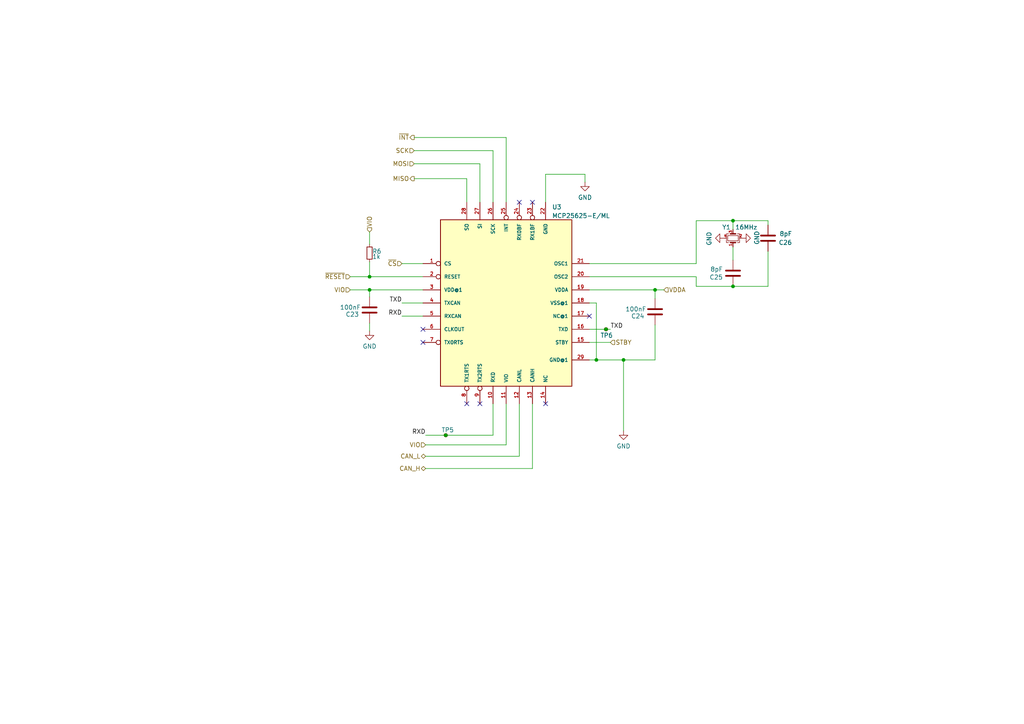
<source format=kicad_sch>
(kicad_sch (version 20211123) (generator eeschema)
  (paper "A4")
  (title_block (title "Spirit Logger") (date "2023-01-23") (rev "0") (company "Specialized Europe GmbH"))
  (lib_symbols
    (symbol "Connector:TestPoint_Small" (pin_numbers hide) (pin_names (offset 0.762) hide)
      (property "Reference" "TP" (at 0 3.81 0))
      (property "Value" "TestPoint_Small" (at 0 2.032 0))
      (symbol "TestPoint_Small_0_1"
        (circle (center 0 0) (radius 0.508))
      )
      (symbol "TestPoint_Small_1_1"
        (pin passive line (at 0 0 90) (length 0) (name "1") (number "1"))
      )
    )
    (symbol "Device:C" (pin_numbers hide) (pin_names (offset 0.254))
      (property "Reference" "C" (at 0.635 2.54 0))
      (property "Value" "C" (at 0.635 -2.54 0))
      (symbol "C_0_1"
        (polyline (pts (xy -2.032 -0.762) (xy 2.032 -0.762)) (stroke (width 0.508)))
        (polyline (pts (xy -2.032 0.762) (xy 2.032 0.762)) (stroke (width 0.508)))
      )
      (symbol "C_1_1"
        (pin passive line (at 0 3.81 270) (length 2.794) (name "~") (number "1"))
        (pin passive line (at 0 -3.81 90) (length 2.794) (name "~") (number "2"))
      )
    )
    (symbol "Device:Crystal_GND24_Small" (pin_names (offset 1.016) hide)
      (property "Reference" "Y" (at 1.27 4.445 0))
      (property "Value" "Crystal_GND24_Small" (at 1.27 2.54 0))
      (symbol "Crystal_GND24_Small_0_1"
        (rectangle (start -0.762 -1.524) (end 0.762 1.524))
        (polyline (pts (xy -1.27 -0.762) (xy -1.27 0.762)) (stroke (width 0.381)))
        (polyline (pts (xy 1.27 -0.762) (xy 1.27 0.762)) (stroke (width 0.381)))
        (polyline (pts (xy -1.27 -1.27) (xy -1.27 -1.905) (xy 1.27 -1.905) (xy 1.27 -1.27)))
        (polyline (pts (xy -1.27 1.27) (xy -1.27 1.905) (xy 1.27 1.905) (xy 1.27 1.27)))
      )
      (symbol "Crystal_GND24_Small_1_1"
        (pin passive line (at -2.54 0 0) (length 1.27) (name "1") (number "1"))
        (pin passive line (at 0 -2.54 90) (length 0.635) (name "2") (number "2"))
        (pin passive line (at 2.54 0 180) (length 1.27) (name "3") (number "3"))
        (pin passive line (at 0 2.54 270) (length 0.635) (name "4") (number "4"))
      )
    )
    (symbol "Device:R_Small" (pin_numbers hide) (pin_names (offset 0.254) hide)
      (property "Reference" "R" (at 0.762 0.508 0))
      (property "Value" "R_Small" (at 0.762 -1.016 0))
      (symbol "R_Small_0_1"
        (rectangle (start -0.762 1.778) (end 0.762 -1.778) (stroke (width 0.2032)))
      )
      (symbol "R_Small_1_1"
        (pin passive line (at 0 2.54 270) (length 0.762) (name "~") (number "1"))
        (pin passive line (at 0 -2.54 90) (length 0.762) (name "~") (number "2"))
      )
    )
    (symbol "MCP25625-E_ML:MCP25625-E{slash}ML" (pin_names (offset 1.016))
      (property "Reference" "U" (at 40.652 -33.0298 0))
      (property "Value" "MCP25625-E{slash}ML" (at 40.6941 -35.6074 0))
      (symbol "MCP25625-E{slash}ML_0_0"
        (rectangle (start 0 -35.56) (end 38.1 12.7) (stroke (width 0.254)) (fill (type background)))
        (pin bidirectional inverted (at -5.08 0 0) (length 5.08) (name "CS") (number "1"))
        (pin bidirectional line (at 15.24 -40.64 90) (length 5.08) (name "RXD") (number "10"))
        (pin bidirectional line (at 19.05 -40.64 90) (length 5.08) (name "VIO") (number "11"))
        (pin bidirectional line (at 22.86 -40.64 90) (length 5.08) (name "CANL") (number "12"))
        (pin bidirectional line (at 26.67 -40.64 90) (length 5.08) (name "CANH") (number "13"))
        (pin bidirectional line (at 30.48 -40.64 90) (length 5.08) (name "NC") (number "14"))
        (pin bidirectional line (at 43.18 -22.86 180) (length 5.08) (name "STBY") (number "15"))
        (pin bidirectional line (at 43.18 -19.05 180) (length 5.08) (name "TXD") (number "16"))
        (pin bidirectional line (at 43.18 -15.24 180) (length 5.08) (name "NC@1") (number "17"))
        (pin bidirectional line (at 43.18 -11.43 180) (length 5.08) (name "VSS@1") (number "18"))
        (pin bidirectional line (at 43.18 -7.62 180) (length 5.08) (name "VDDA") (number "19"))
        (pin bidirectional inverted (at -5.08 -3.81 0) (length 5.08) (name "RESET") (number "2"))
        (pin bidirectional line (at 43.18 -3.81 180) (length 5.08) (name "OSC2") (number "20"))
        (pin bidirectional line (at 43.18 0 180) (length 5.08) (name "OSC1") (number "21"))
        (pin bidirectional line (at 30.48 17.78 270) (length 5.08) (name "GND") (number "22"))
        (pin bidirectional inverted (at 26.67 17.78 270) (length 5.08) (name "RX1BF") (number "23"))
        (pin bidirectional inverted (at 22.86 17.78 270) (length 5.08) (name "RX0BF") (number "24"))
        (pin bidirectional inverted (at 19.05 17.78 270) (length 5.08) (name "INT") (number "25"))
        (pin bidirectional line (at 15.24 17.78 270) (length 5.08) (name "SCK") (number "26"))
        (pin bidirectional line (at 11.43 17.78 270) (length 5.08) (name "SI") (number "27"))
        (pin bidirectional line (at 7.62 17.78 270) (length 5.08) (name "SO") (number "28"))
        (pin bidirectional line (at 43.18 -27.94 180) (length 5.08) (name "GND@1") (number "29"))
        (pin bidirectional line (at -5.08 -7.62 0) (length 5.08) (name "VDD@1") (number "3"))
        (pin bidirectional line (at -5.08 -11.43 0) (length 5.08) (name "TXCAN") (number "4"))
        (pin bidirectional line (at -5.08 -15.24 0) (length 5.08) (name "RXCAN") (number "5"))
        (pin bidirectional line (at -5.08 -19.05 0) (length 5.08) (name "CLKOUT") (number "6"))
        (pin bidirectional inverted (at -5.08 -22.86 0) (length 5.08) (name "TX0RTS") (number "7"))
        (pin bidirectional inverted (at 7.62 -40.64 90) (length 5.08) (name "TX1RTS") (number "8"))
        (pin bidirectional inverted (at 11.43 -40.64 90) (length 5.08) (name "TX2RTS") (number "9"))
      )
    )
    (symbol "power:GND" (power) (pin_names (offset 0))
      (property "Value" "GND" (at 0 -3.81 0))
      (symbol "GND_0_1"
        (polyline (pts (xy 0 0) (xy 0 -1.27) (xy 1.27 -1.27) (xy 0 -2.54) (xy -1.27 -1.27) (xy 0 -1.27)))
      )
      (symbol "GND_1_1"
        (pin power_in line (at 0 0 270) (length 0) hide (name "GND") (number "1"))
      )
    )
  )
  (junction (at 180.848 104.394))
  (junction (at 107.188 80.264))
  (junction (at 212.598 83.058))
  (junction (at 129.286 126.238))
  (junction (at 107.188 84.074))
  (junction (at 172.974 104.394))
  (junction (at 175.768 95.504))
  (junction (at 212.598 64.008))
  (junction (at 189.992 84.074))
  (no_connect (at 122.682 95.504))
  (no_connect (at 150.622 58.674))
  (no_connect (at 135.382 117.094))
  (no_connect (at 139.192 117.094))
  (no_connect (at 154.432 58.674))
  (no_connect (at 158.242 117.094))
  (no_connect (at 170.942 91.694))
  (no_connect (at 122.682 99.314))
  (wire (pts (xy 158.242 50.546) (xy 169.672 50.546)))
  (wire (pts (xy 170.942 104.394) (xy 172.974 104.394)))
  (wire (pts (xy 212.598 71.628) (xy 212.598 75.438)))
  (wire (pts (xy 222.758 83.058) (xy 212.598 83.058)))
  (wire (pts (xy 122.682 84.074) (xy 107.188 84.074)))
  (wire (pts (xy 222.758 72.898) (xy 222.758 83.058)))
  (wire (pts (xy 120.142 43.688) (xy 143.002 43.688)))
  (wire (pts (xy 107.188 84.074) (xy 101.6 84.074)))
  (wire (pts (xy 146.812 117.094) (xy 146.812 129.032)))
  (wire (pts (xy 212.598 64.008) (xy 222.758 64.008)))
  (wire (pts (xy 170.942 95.504) (xy 175.768 95.504)))
  (wire (pts (xy 107.188 93.726) (xy 107.188 96.012)))
  (wire (pts (xy 123.444 129.032) (xy 146.812 129.032)))
  (wire (pts (xy 158.242 58.674) (xy 158.242 50.546)))
  (wire (pts (xy 123.444 132.334) (xy 150.622 132.334)))
  (wire (pts (xy 143.002 117.094) (xy 143.002 126.238)))
  (wire (pts (xy 212.598 66.548) (xy 212.598 64.008)))
  (wire (pts (xy 122.682 80.264) (xy 107.188 80.264)))
  (wire (pts (xy 154.432 117.094) (xy 154.432 135.89)))
  (wire (pts (xy 107.188 80.264) (xy 101.6 80.264)))
  (wire (pts (xy 150.622 117.094) (xy 150.622 132.334)))
  (wire (pts (xy 201.93 76.454) (xy 170.942 76.454)))
  (wire (pts (xy 189.992 94.234) (xy 189.992 104.394)))
  (wire (pts (xy 139.192 47.498) (xy 139.192 58.674)))
  (wire (pts (xy 123.444 126.238) (xy 129.286 126.238)))
  (wire (pts (xy 170.942 80.264) (xy 201.93 80.264)))
  (wire (pts (xy 189.992 84.074) (xy 192.532 84.074)))
  (wire (pts (xy 180.848 104.394) (xy 180.848 124.968)))
  (wire (pts (xy 107.188 67.31) (xy 107.188 70.866)))
  (wire (pts (xy 120.142 51.816) (xy 135.382 51.816)))
  (wire (pts (xy 212.598 83.058) (xy 201.93 83.058)))
  (wire (pts (xy 189.992 84.074) (xy 189.992 86.614)))
  (wire (pts (xy 201.93 64.008) (xy 201.93 76.454)))
  (wire (pts (xy 172.974 87.884) (xy 172.974 104.394)))
  (wire (pts (xy 107.188 75.946) (xy 107.188 80.264)))
  (wire (pts (xy 122.682 87.884) (xy 116.586 87.884)))
  (wire (pts (xy 122.682 91.694) (xy 116.586 91.694)))
  (wire (pts (xy 120.142 39.878) (xy 146.812 39.878)))
  (wire (pts (xy 189.992 104.394) (xy 180.848 104.394)))
  (wire (pts (xy 175.768 95.504) (xy 177.038 95.504)))
  (wire (pts (xy 222.758 64.008) (xy 222.758 65.278)))
  (wire (pts (xy 146.812 39.878) (xy 146.812 58.674)))
  (wire (pts (xy 170.942 87.884) (xy 172.974 87.884)))
  (wire (pts (xy 143.002 43.688) (xy 143.002 58.674)))
  (wire (pts (xy 170.942 99.314) (xy 177.038 99.314)))
  (wire (pts (xy 135.382 51.816) (xy 135.382 58.674)))
  (wire (pts (xy 172.974 104.394) (xy 180.848 104.394)))
  (wire (pts (xy 122.682 76.454) (xy 116.586 76.454)))
  (wire (pts (xy 170.942 84.074) (xy 189.992 84.074)))
  (wire (pts (xy 212.598 64.008) (xy 201.93 64.008)))
  (wire (pts (xy 169.672 50.546) (xy 169.672 52.832)))
  (wire (pts (xy 123.444 135.89) (xy 154.432 135.89)))
  (wire (pts (xy 107.188 86.106) (xy 107.188 84.074)))
  (wire (pts (xy 201.93 80.264) (xy 201.93 83.058)))
  (wire (pts (xy 129.286 126.238) (xy 143.002 126.238)))
  (wire (pts (xy 120.142 47.498) (xy 139.192 47.498)))
  (label "TXD" (at 116.586 87.884 180))
  (label "RXD" (at 116.586 91.694 180))
  (label "RXD" (at 123.444 126.238 180))
  (label "TXD" (at 177.038 95.504 0))
  (hierarchical_label "MOSI" (shape input) (at 120.142 47.498 180))
  (hierarchical_label "VDDA" (shape input) (at 192.532 84.074 0))
  (hierarchical_label "VIO" (shape input) (at 123.444 129.032 180))
  (hierarchical_label "VIO" (shape input) (at 107.188 67.31 90))
  (hierarchical_label "~{RESET}" (shape input) (at 101.6 80.264 180))
  (hierarchical_label "STBY" (shape input) (at 177.038 99.314 0))
  (hierarchical_label "~{CS}" (shape input) (at 116.586 76.454 180))
  (hierarchical_label "MISO" (shape output) (at 120.142 51.816 180))
  (hierarchical_label "CAN_H" (shape bidirectional) (at 123.444 135.89 180))
  (hierarchical_label "CAN_L" (shape bidirectional) (at 123.444 132.334 180))
  (hierarchical_label "VIO" (shape input) (at 101.6 84.074 180))
  (hierarchical_label "SCK" (shape input) (at 120.142 43.688 180))
  (hierarchical_label "~{INT}" (shape output) (at 120.142 39.878 180))
  (symbol (lib_id "Connector:TestPoint_Small") (at 129.286 126.238 0) (unit 1)
    (property "Reference" "TP5" (at 128.016 124.714 0) (effects (justify left)))
    (property "Value" "TestPoint" (effects hide))
    (property "Footprint" "tunaf1sh/misc.pretty:TestPoint_Pad_D1.0mm_Tight" (effects hide))
    (property "Config" "nofit" (effects hide))
  )
  (symbol (lib_id "Device:Crystal_GND24_Small") (at 212.598 69.088 90) (unit 1)
    (property "Reference" "Y1" (at 209.423 65.913 90) (effects (justify right)))
    (property "Value" "16MHz" (at 213.233 65.913 90) (effects (justify right)))
    (property "Footprint" "KiCad/Crystal.pretty:Crystal_SMD_3225-4Pin_3.2x2.5mm" (effects hide))
    (property "Datasheet" "https://support.epson.biz/td/api/doc_check.php?dl=brief_TSX-3225&lang=en" (effects hide))
    (property "Description" "9pF" (effects hide))
    (property "MFN" "Epson" (effects hide))
    (property "MPN" "TSX-3225 16.0000MF18X-AC0" (effects hide))
    (property "SKU" "SER4070CT-ND" (effects hide))
    (property "Vendor" "Digikey" (effects hide))
  )
  (symbol (lib_id "Connector:TestPoint_Small") (at 175.768 95.504 0) (unit 1)
    (property "Reference" "TP6" (at 174.117 97.282 0) (effects (justify left)))
    (property "Value" "TestPoint" (effects hide))
    (property "Footprint" "tunaf1sh/misc.pretty:TestPoint_Pad_D1.0mm_Tight" (effects hide))
    (property "Config" "nofit" (effects hide))
  )
  (symbol (lib_id "MCP25625-E_ML:MCP25625-E{slash}ML") (at 127.762 76.454 0) (unit 1)
    (property "Reference" "U3" (at 160.1217 60.0542 0) (effects (justify left)))
    (property "Value" "MCP25625-E/ML" (at 160.1217 62.5911 0) (effects (justify left)))
    (property "Footprint" "tunaf1sh/QFN.pretty:QFN-28L" (effects hide))
  )
  (symbol (lib_id "Device:C") (at 222.758 69.088 180) (unit 1)
    (property "Reference" "C26" (at 229.743 70.358 0) (effects (justify left)))
    (property "Value" "8pF" (at 229.743 67.818 0) (effects (justify left)))
    (property "Footprint" "KiCad/Capacitor_SMD.pretty:C_0603_1608Metric" (effects hide))
    (property "Characteristics" "NPO 6V" (effects hide))
  )
  (symbol (lib_id "Device:C") (at 189.992 90.424 180) (unit 1)
    (property "Reference" "C24" (at 186.944 91.694 0) (effects (justify left)))
    (property "Value" "100nF" (at 187.452 89.662 0) (effects (justify left)))
    (property "Footprint" "KiCad/Capacitor_SMD.pretty:C_0402_1005Metric_Pad0.74x0.62mm_HandSolder" (effects hide))
    (property "Characteristics" "X7R 6V" (effects hide))
  )
  (symbol (lib_id "Device:C") (at 212.598 79.248 180) (unit 1)
    (property "Reference" "C25" (at 209.677 80.4164 0) (effects (justify left)))
    (property "Value" "8pF" (at 209.677 78.105 0) (effects (justify left)))
    (property "Footprint" "KiCad/Capacitor_SMD.pretty:C_0603_1608Metric" (effects hide))
    (property "Characteristics" "NPO 6V" (effects hide))
  )
  (symbol (lib_id "power:GND") (at 215.138 69.088 90) (unit 1)
    (property "Reference" "#PWR0121" (effects hide))
    (property "Value" "GND" (at 219.5322 68.961 0))
  )
  (symbol (lib_id "power:GND") (at 169.672 52.832 0) (unit 1)
    (property "Reference" "#PWR0125" (effects hide))
    (property "Value" "GND" (at 169.672 57.2754 0))
  )
  (symbol (lib_id "Device:R_Small") (at 107.188 73.406 0) (unit 1)
    (property "Reference" "R6" (at 107.95 72.898 0) (effects (justify left)))
    (property "Value" "1k" (at 107.95 74.422 0) (effects (justify left)))
    (property "Footprint" "KiCad/Resistor_SMD.pretty:R_0603_1608Metric" (effects hide))
    (property "Characteristics" "5%" (effects hide))
  )
  (symbol (lib_id "Device:C") (at 107.188 89.916 180) (unit 1)
    (property "Reference" "C23" (at 104.14 91.186 0) (effects (justify left)))
    (property "Value" "100nF" (at 104.648 89.154 0) (effects (justify left)))
    (property "Footprint" "KiCad/Capacitor_SMD.pretty:C_0402_1005Metric_Pad0.74x0.62mm_HandSolder" (effects hide))
    (property "Characteristics" "X7R 6V" (effects hide))
  )
  (symbol (lib_id "power:GND") (at 107.188 96.012 0) (unit 1)
    (property "Reference" "#PWR0124" (effects hide))
    (property "Value" "GND" (at 107.188 100.4554 0))
  )
  (symbol (lib_id "power:GND") (at 180.848 124.968 0) (unit 1)
    (property "Reference" "#PWR0123" (effects hide))
    (property "Value" "GND" (at 180.848 129.4114 0))
  )
  (symbol (lib_id "power:GND") (at 210.058 69.088 270) (unit 1)
    (property "Reference" "#PWR0122" (effects hide))
    (property "Value" "GND" (at 205.6638 69.215 0))
  )
)
</source>
